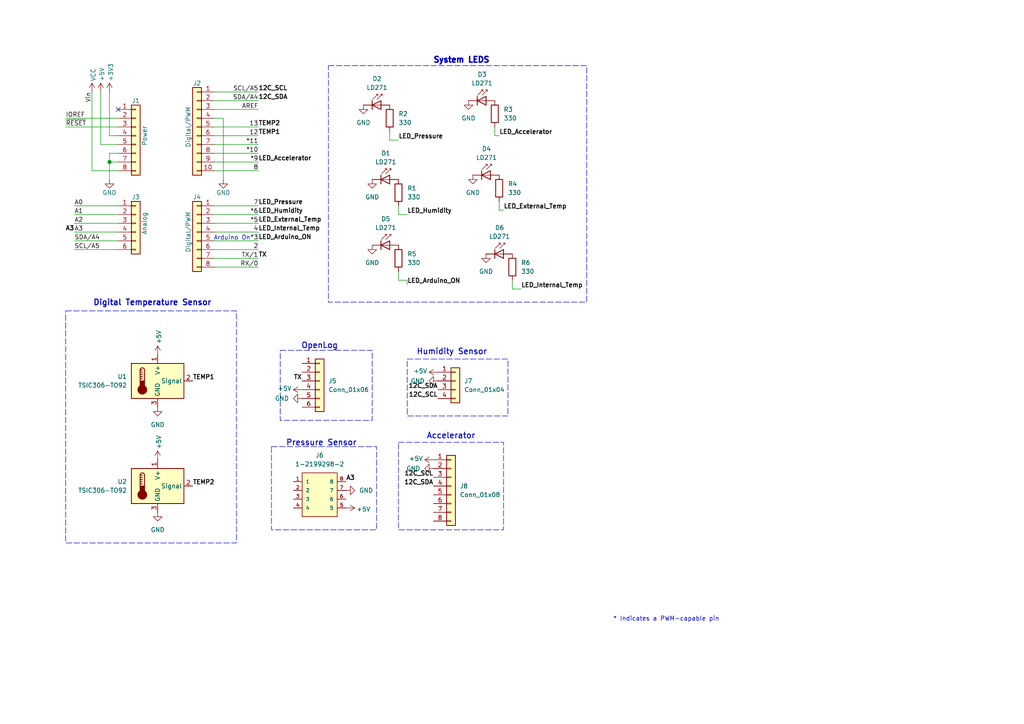
<source format=kicad_sch>
(kicad_sch (version 20231120) (generator "eeschema") (generator_version "8.0")
  (paper "A4")
  (title_block (date "mar. 31 mars 2015"))
  (lib_symbols
    (symbol "1-2199298-2:1-2199298-2" (pin_names (offset 1.016))
      (property "Reference" "J" (at -5.0861 8.1377 0))
      (property "Value" "1-2199298-2" (at -5.0888 -7.6332 0))
      (symbol "1-2199298-2_0_0"
        (rectangle (start -5.08 -5.08) (end 5.08 7.62) (stroke (width 0.2032)) (fill (type background)))
        (pin passive line (at -7.62 5.08 0) (length 2.54) (name "1") (number "1"))
        (pin passive line (at -7.62 2.54 0) (length 2.54) (name "2") (number "2"))
        (pin passive line (at -7.62 0 0) (length 2.54) (name "3") (number "3"))
        (pin passive line (at -7.62 -2.54 0) (length 2.54) (name "4") (number "4"))
        (pin passive line (at 7.62 -2.54 180) (length 2.54) (name "5") (number "5"))
        (pin passive line (at 7.62 0 180) (length 2.54) (name "6") (number "6"))
        (pin passive line (at 7.62 2.54 180) (length 2.54) (name "7") (number "7"))
        (pin passive line (at 7.62 5.08 180) (length 2.54) (name "8") (number "8"))
      )
    )
    (symbol "Connector_Generic:Conn_01x04" (pin_names (offset 1.016) hide)
      (property "Reference" "J" (at 0 5.08 0))
      (property "Value" "Conn_01x04" (at 0 -7.62 0))
      (symbol "Conn_01x04_1_1"
        (rectangle (start -1.27 -4.953) (end 0 -5.207) (stroke (width 0.1524)))
        (rectangle (start -1.27 -2.413) (end 0 -2.667) (stroke (width 0.1524)))
        (rectangle (start -1.27 0.127) (end 0 -0.127) (stroke (width 0.1524)))
        (rectangle (start -1.27 2.667) (end 0 2.413) (stroke (width 0.1524)))
        (rectangle (start -1.27 3.81) (end 1.27 -6.35) (stroke (width 0.254)) (fill (type background)))
        (pin passive line (at -5.08 2.54 0) (length 3.81) (name "Pin_1") (number "1"))
        (pin passive line (at -5.08 0 0) (length 3.81) (name "Pin_2") (number "2"))
        (pin passive line (at -5.08 -2.54 0) (length 3.81) (name "Pin_3") (number "3"))
        (pin passive line (at -5.08 -5.08 0) (length 3.81) (name "Pin_4") (number "4"))
      )
    )
    (symbol "Connector_Generic:Conn_01x06" (pin_names (offset 1.016) hide)
      (property "Reference" "J" (at 0 7.62 0))
      (property "Value" "Conn_01x06" (at 0 -10.16 0))
      (symbol "Conn_01x06_1_1"
        (rectangle (start -1.27 -7.493) (end 0 -7.747) (stroke (width 0.1524)))
        (rectangle (start -1.27 -4.953) (end 0 -5.207) (stroke (width 0.1524)))
        (rectangle (start -1.27 -2.413) (end 0 -2.667) (stroke (width 0.1524)))
        (rectangle (start -1.27 0.127) (end 0 -0.127) (stroke (width 0.1524)))
        (rectangle (start -1.27 2.667) (end 0 2.413) (stroke (width 0.1524)))
        (rectangle (start -1.27 5.207) (end 0 4.953) (stroke (width 0.1524)))
        (rectangle (start -1.27 6.35) (end 1.27 -8.89) (stroke (width 0.254)) (fill (type background)))
        (pin passive line (at -5.08 5.08 0) (length 3.81) (name "Pin_1") (number "1"))
        (pin passive line (at -5.08 2.54 0) (length 3.81) (name "Pin_2") (number "2"))
        (pin passive line (at -5.08 0 0) (length 3.81) (name "Pin_3") (number "3"))
        (pin passive line (at -5.08 -2.54 0) (length 3.81) (name "Pin_4") (number "4"))
        (pin passive line (at -5.08 -5.08 0) (length 3.81) (name "Pin_5") (number "5"))
        (pin passive line (at -5.08 -7.62 0) (length 3.81) (name "Pin_6") (number "6"))
      )
    )
    (symbol "Connector_Generic:Conn_01x08" (pin_names (offset 1.016) hide)
      (property "Reference" "J" (at 0 10.16 0))
      (property "Value" "Conn_01x08" (at 0 -12.7 0))
      (symbol "Conn_01x08_1_1"
        (rectangle (start -1.27 -10.033) (end 0 -10.287) (stroke (width 0.1524)))
        (rectangle (start -1.27 -7.493) (end 0 -7.747) (stroke (width 0.1524)))
        (rectangle (start -1.27 -4.953) (end 0 -5.207) (stroke (width 0.1524)))
        (rectangle (start -1.27 -2.413) (end 0 -2.667) (stroke (width 0.1524)))
        (rectangle (start -1.27 0.127) (end 0 -0.127) (stroke (width 0.1524)))
        (rectangle (start -1.27 2.667) (end 0 2.413) (stroke (width 0.1524)))
        (rectangle (start -1.27 5.207) (end 0 4.953) (stroke (width 0.1524)))
        (rectangle (start -1.27 7.747) (end 0 7.493) (stroke (width 0.1524)))
        (rectangle (start -1.27 8.89) (end 1.27 -11.43) (stroke (width 0.254)) (fill (type background)))
        (pin passive line (at -5.08 7.62 0) (length 3.81) (name "Pin_1") (number "1"))
        (pin passive line (at -5.08 5.08 0) (length 3.81) (name "Pin_2") (number "2"))
        (pin passive line (at -5.08 2.54 0) (length 3.81) (name "Pin_3") (number "3"))
        (pin passive line (at -5.08 0 0) (length 3.81) (name "Pin_4") (number "4"))
        (pin passive line (at -5.08 -2.54 0) (length 3.81) (name "Pin_5") (number "5"))
        (pin passive line (at -5.08 -5.08 0) (length 3.81) (name "Pin_6") (number "6"))
        (pin passive line (at -5.08 -7.62 0) (length 3.81) (name "Pin_7") (number "7"))
        (pin passive line (at -5.08 -10.16 0) (length 3.81) (name "Pin_8") (number "8"))
      )
    )
    (symbol "Connector_Generic:Conn_01x10" (pin_names (offset 1.016) hide)
      (property "Reference" "J" (at 0 12.7 0))
      (property "Value" "Conn_01x10" (at 0 -15.24 0))
      (symbol "Conn_01x10_1_1"
        (rectangle (start -1.27 -12.573) (end 0 -12.827) (stroke (width 0.1524)))
        (rectangle (start -1.27 -10.033) (end 0 -10.287) (stroke (width 0.1524)))
        (rectangle (start -1.27 -7.493) (end 0 -7.747) (stroke (width 0.1524)))
        (rectangle (start -1.27 -4.953) (end 0 -5.207) (stroke (width 0.1524)))
        (rectangle (start -1.27 -2.413) (end 0 -2.667) (stroke (width 0.1524)))
        (rectangle (start -1.27 0.127) (end 0 -0.127) (stroke (width 0.1524)))
        (rectangle (start -1.27 2.667) (end 0 2.413) (stroke (width 0.1524)))
        (rectangle (start -1.27 5.207) (end 0 4.953) (stroke (width 0.1524)))
        (rectangle (start -1.27 7.747) (end 0 7.493) (stroke (width 0.1524)))
        (rectangle (start -1.27 10.287) (end 0 10.033) (stroke (width 0.1524)))
        (rectangle (start -1.27 11.43) (end 1.27 -13.97) (stroke (width 0.254)) (fill (type background)))
        (pin passive line (at -5.08 10.16 0) (length 3.81) (name "Pin_1") (number "1"))
        (pin passive line (at -5.08 -12.7 0) (length 3.81) (name "Pin_10") (number "10"))
        (pin passive line (at -5.08 7.62 0) (length 3.81) (name "Pin_2") (number "2"))
        (pin passive line (at -5.08 5.08 0) (length 3.81) (name "Pin_3") (number "3"))
        (pin passive line (at -5.08 2.54 0) (length 3.81) (name "Pin_4") (number "4"))
        (pin passive line (at -5.08 0 0) (length 3.81) (name "Pin_5") (number "5"))
        (pin passive line (at -5.08 -2.54 0) (length 3.81) (name "Pin_6") (number "6"))
        (pin passive line (at -5.08 -5.08 0) (length 3.81) (name "Pin_7") (number "7"))
        (pin passive line (at -5.08 -7.62 0) (length 3.81) (name "Pin_8") (number "8"))
        (pin passive line (at -5.08 -10.16 0) (length 3.81) (name "Pin_9") (number "9"))
      )
    )
    (symbol "Device:R" (pin_numbers hide) (pin_names (offset 0))
      (property "Reference" "R" (at 2.032 0 90))
      (property "Value" "R" (at 0 0 90))
      (symbol "R_0_1"
        (rectangle (start -1.016 -2.54) (end 1.016 2.54) (stroke (width 0.254)))
      )
      (symbol "R_1_1"
        (pin passive line (at 0 3.81 270) (length 1.27) (name "~") (number "1"))
        (pin passive line (at 0 -3.81 90) (length 1.27) (name "~") (number "2"))
      )
    )
    (symbol "GND_1" (power) (pin_numbers hide) (pin_names (offset 0) hide)
      (property "Value" "GND" (at 0 -3.81 0))
      (symbol "GND_1_0_1"
        (polyline (pts (xy 0 0) (xy 0 -1.27) (xy 1.27 -1.27) (xy 0 -2.54) (xy -1.27 -1.27) (xy 0 -1.27)))
      )
      (symbol "GND_1_1_1"
        (pin power_in line (at 0 0 270) (length 0) (name "~") (number "1"))
      )
    )
    (symbol "LED:LD271" (pin_numbers hide) (pin_names (offset 1.016) hide)
      (property "Reference" "D" (at 0.508 1.778 0))
      (property "Value" "LD271" (at -1.016 -2.794 0))
      (symbol "LD271_0_1"
        (polyline (pts (xy -2.54 1.27) (xy -2.54 -1.27)) (stroke (width 0.254)))
        (polyline (pts (xy 0 0) (xy -2.54 0)))
        (polyline (pts (xy 0.381 3.175) (xy -0.127 3.175)))
        (polyline (pts (xy -1.143 1.651) (xy 0.381 3.175) (xy 0.381 2.667)))
        (polyline (pts (xy 0 -1.27) (xy -2.54 0) (xy 0 1.27) (xy 0 -1.27)) (stroke (width 0.254)))
        (polyline (pts (xy -2.413 1.651) (xy -0.889 3.175) (xy -0.889 2.667) (xy -0.889 3.175) (xy -1.397 3.175)))
      )
      (symbol "LD271_1_1"
        (pin passive line (at -5.08 0 0) (length 2.54) (name "K") (number "1"))
        (pin passive line (at 2.54 0 180) (length 2.54) (name "A") (number "2"))
      )
    )
    (symbol "Sensor_Temperature:TSIC306-TO92"
      (property "Reference" "U" (at -6.35 6.35 0))
      (property "Value" "TSIC306-TO92" (at 1.27 6.35 0))
      (symbol "TSIC306-TO92_0_1"
        (rectangle (start -7.62 5.08) (end 7.62 -5.08) (stroke (width 0.254)) (fill (type background)))
        (circle (center -4.445 -2.54) (radius 1.27) (stroke (width 0.254)) (fill (type outline)))
        (rectangle (start -3.81 -1.905) (end -5.08 0) (stroke (width 0.254)) (fill (type outline)))
        (arc (start -3.81 3.175) (mid -4.445 3.8073) (end -5.08 3.175) (stroke (width 0.254)))
        (polyline (pts (xy -5.08 0.635) (xy -4.445 0.635)) (stroke (width 0.254)))
        (polyline (pts (xy -5.08 1.27) (xy -4.445 1.27)) (stroke (width 0.254)))
        (polyline (pts (xy -5.08 1.905) (xy -4.445 1.905)) (stroke (width 0.254)))
        (polyline (pts (xy -5.08 2.54) (xy -4.445 2.54)) (stroke (width 0.254)))
        (polyline (pts (xy -5.08 3.175) (xy -5.08 0)) (stroke (width 0.254)))
        (polyline (pts (xy -5.08 3.175) (xy -4.445 3.175)) (stroke (width 0.254)))
        (polyline (pts (xy -3.81 3.175) (xy -3.81 0)) (stroke (width 0.254)))
      )
      (symbol "TSIC306-TO92_1_1"
        (pin power_in line (at 0 7.62 270) (length 2.54) (name "V+") (number "1"))
        (pin output line (at 10.16 0 180) (length 2.54) (name "Signal") (number "2"))
        (pin power_in line (at 0 -7.62 90) (length 2.54) (name "GND") (number "3"))
      )
    )
    (symbol "power:+3V3" (power) (pin_names (offset 0))
      (property "Value" "+3V3" (at 0 3.556 0))
      (symbol "+3V3_0_1"
        (polyline (pts (xy -0.762 1.27) (xy 0 2.54)))
        (polyline (pts (xy 0 0) (xy 0 2.54)))
        (polyline (pts (xy 0 2.54) (xy 0.762 1.27)))
      )
      (symbol "+3V3_1_1"
        (pin power_in line (at 0 0 90) (length 0) hide (name "+3V3") (number "1"))
      )
    )
    (symbol "power:+5V" (power) (pin_names (offset 0))
      (property "Value" "+5V" (at 0 3.556 0))
      (symbol "+5V_0_1"
        (polyline (pts (xy -0.762 1.27) (xy 0 2.54)))
        (polyline (pts (xy 0 0) (xy 0 2.54)))
        (polyline (pts (xy 0 2.54) (xy 0.762 1.27)))
      )
      (symbol "+5V_1_1"
        (pin power_in line (at 0 0 90) (length 0) hide (name "+5V") (number "1"))
      )
    )
    (symbol "power:GND" (power) (pin_names (offset 0))
      (property "Value" "GND" (at 0 -3.81 0))
      (symbol "GND_0_1"
        (polyline (pts (xy 0 0) (xy 0 -1.27) (xy 1.27 -1.27) (xy 0 -2.54) (xy -1.27 -1.27) (xy 0 -1.27)))
      )
      (symbol "GND_1_1"
        (pin power_in line (at 0 0 270) (length 0) hide (name "GND") (number "1"))
      )
    )
    (symbol "power:VCC" (power) (pin_names (offset 0))
      (property "Value" "VCC" (at 0 3.81 0))
      (symbol "VCC_0_1"
        (polyline (pts (xy -0.762 1.27) (xy 0 2.54)))
        (polyline (pts (xy 0 0) (xy 0 2.54)))
        (polyline (pts (xy 0 2.54) (xy 0.762 1.27)))
      )
      (symbol "VCC_1_1"
        (pin power_in line (at 0 0 90) (length 0) hide (name "VCC") (number "1"))
      )
    )
  )
  (junction (at 31.75 46.99) (diameter 1.016))
  (no_connect (at 34.29 31.75))
  (wire (pts (xy 115.57 40.64) (xy 113.03 40.64)))
  (wire (pts (xy 62.23 77.47) (xy 74.93 77.47)))
  (wire (pts (xy 62.23 44.45) (xy 74.93 44.45)))
  (wire (pts (xy 62.23 26.67) (xy 74.93 26.67)))
  (wire (pts (xy 118.11 81.28) (xy 118.11 82.55)))
  (wire (pts (xy 31.75 44.45) (xy 31.75 46.99)))
  (wire (pts (xy 118.11 62.23) (xy 115.57 62.23)))
  (wire (pts (xy 21.59 72.39) (xy 34.29 72.39)))
  (wire (pts (xy 118.11 81.28) (xy 115.57 81.28)))
  (wire (pts (xy 144.78 60.96) (xy 144.78 58.42)))
  (wire (pts (xy 31.75 46.99) (xy 31.75 52.07)))
  (wire (pts (xy 31.75 39.37) (xy 34.29 39.37)))
  (wire (pts (xy 29.21 41.91) (xy 34.29 41.91)))
  (wire (pts (xy 29.21 26.67) (xy 29.21 41.91)))
  (wire (pts (xy 62.23 36.83) (xy 74.93 36.83)))
  (wire (pts (xy 31.75 26.67) (xy 31.75 39.37)))
  (wire (pts (xy 62.23 59.69) (xy 74.93 59.69)))
  (wire (pts (xy 34.29 59.69) (xy 21.59 59.69)))
  (wire (pts (xy 62.23 39.37) (xy 74.93 39.37)))
  (wire (pts (xy 62.23 62.23) (xy 74.93 62.23)))
  (wire (pts (xy 62.23 46.99) (xy 74.93 46.99)))
  (wire (pts (xy 62.23 67.31) (xy 74.93 67.31)))
  (wire (pts (xy 19.05 34.29) (xy 34.29 34.29)))
  (wire (pts (xy 64.77 34.29) (xy 64.77 52.07)))
  (wire (pts (xy 62.23 31.75) (xy 74.93 31.75)))
  (wire (pts (xy 151.13 83.82) (xy 148.59 83.82)))
  (wire (pts (xy 34.29 64.77) (xy 21.59 64.77)))
  (wire (pts (xy 19.05 36.83) (xy 34.29 36.83)))
  (wire (pts (xy 143.51 39.37) (xy 143.51 36.83)))
  (wire (pts (xy 34.29 46.99) (xy 31.75 46.99)))
  (wire (pts (xy 34.29 49.53) (xy 26.67 49.53)))
  (wire (pts (xy 21.59 62.23) (xy 34.29 62.23)))
  (wire (pts (xy 115.57 81.28) (xy 115.57 78.74)))
  (wire (pts (xy 115.57 62.23) (xy 115.57 59.69)))
  (wire (pts (xy 62.23 34.29) (xy 64.77 34.29)))
  (wire (pts (xy 34.29 44.45) (xy 31.75 44.45)))
  (wire (pts (xy 144.78 39.37) (xy 143.51 39.37)))
  (wire (pts (xy 62.23 41.91) (xy 74.93 41.91)))
  (wire (pts (xy 113.03 40.64) (xy 113.03 38.1)))
  (wire (pts (xy 62.23 64.77) (xy 74.93 64.77)))
  (wire (pts (xy 21.59 67.31) (xy 34.29 67.31)))
  (wire (pts (xy 62.23 29.21) (xy 74.93 29.21)))
  (wire (pts (xy 62.23 72.39) (xy 74.93 72.39)))
  (wire (pts (xy 146.05 60.96) (xy 144.78 60.96)))
  (wire (pts (xy 62.23 69.85) (xy 74.93 69.85)))
  (wire (pts (xy 62.23 74.93) (xy 74.93 74.93)))
  (wire (pts (xy 26.67 49.53) (xy 26.67 26.67)))
  (wire (pts (xy 148.59 83.82) (xy 148.59 81.28)))
  (wire (pts (xy 34.29 69.85) (xy 21.59 69.85)))
  (wire (pts (xy 62.23 49.53) (xy 74.93 49.53)))
  (rectangle (start 78.74 129.54) (end 109.22 153.67) (stroke (width 0) (type dash)))
  (rectangle (start 81.28 101.6) (end 107.95 121.92) (stroke (width 0) (type dash)))
  (rectangle (start 95.25 19.05) (end 170.18 87.63) (stroke (width 0) (type dash)))
  (rectangle (start 19.05 90.17) (end 68.58 157.48) (stroke (width 0) (type dash)))
  (rectangle (start 118.11 104.14) (end 147.32 120.65) (stroke (width 0) (type dash)))
  (rectangle (start 115.57 128.27) (end 146.05 153.67) (stroke (width 0) (type dash)))
  (text "Digital Temperature Sensor" (at 44.196 87.884 0) (effects (font (size 1.651 1.651) (thickness 0.3048) (bold yes))))
  (text "System LEDS" (at 133.858 17.526 0) (effects (font (size 1.651 1.651) (thickness 0.4064) (bold yes))))
  (text "Arduino On" (at 67.31 69.088 0) (effects (font (size 1.27 1.27))))
  (text "OpenLog" (at 92.71 100.33 0) (effects (font (size 1.651 1.651) (thickness 0.254) (bold yes))))
  (text "Pressure Sensor" (at 93.218 128.524 0) (effects (font (size 1.651 1.651) (thickness 0.254) (bold yes))))
  (text "* Indicates a PWM-capable pin" (at 177.8 180.34 0) (effects (font (size 1.27 1.27)) (justify left bottom)))
  (text "Humidity Sensor" (at 131.064 102.108 0) (effects (font (size 1.651 1.651) (thickness 0.254) (bold yes))))
  (text "Accelerator" (at 130.81 126.492 0) (effects (font (size 1.651 1.651) (thickness 0.254) (bold yes))))
  (label "LED_Arduino_ON" (at 118.11 82.55 0) (effects (font (thickness 0.254) (bold yes))))
  (label "RX{slash}0" (at 74.93 77.47 180))
  (label "12C_SCL" (at 125.73 138.43 180) (effects (font (thickness 0.254) (bold yes))))
  (label "A2" (at 21.59 64.77 0))
  (label "4" (at 74.93 67.31 180))
  (label "TEMP2" (at 55.88 140.97 0) (effects (font (thickness 0.254) (bold yes))))
  (label "A3" (at 21.59 67.31 180) (effects (font (thickness 0.254) (bold yes))))
  (label "2" (at 74.93 72.39 180))
  (label "A3" (at 21.59 67.31 0))
  (label "LED_Internal_Temp" (at 151.13 83.82 0) (effects (font (thickness 0.254) (bold yes))))
  (label "13" (at 74.93 36.83 180))
  (label "TEMP1" (at 74.93 39.37 0) (effects (font (thickness 0.254) (bold yes))))
  (label "TX" (at 74.93 74.93 0) (effects (font (thickness 0.254) (bold yes))))
  (label "A3" (at 100.33 139.7 0) (effects (font (thickness 0.254) (bold yes))))
  (label "12" (at 74.93 39.37 180))
  (label "LED_External_Temp" (at 146.05 60.96 0) (effects (font (thickness 0.254) (bold yes))))
  (label "~{RESET}" (at 19.05 36.83 0))
  (label "LED_Accelerator" (at 144.78 39.37 0) (effects (font (thickness 0.254) (bold yes))))
  (label "LED_External_Temp" (at 74.93 64.77 0) (effects (font (thickness 0.254) (bold yes))))
  (label "*10" (at 74.93 44.45 180))
  (label "12C_SCL" (at 74.93 26.67 0) (effects (font (thickness 0.254) (bold yes))))
  (label "LED_Accelerator" (at 74.93 46.99 0) (effects (font (thickness 0.254) (bold yes))))
  (label "12C_SDA" (at 74.93 29.21 0) (effects (font (thickness 0.254) (bold yes))))
  (label "LED_Internal_Temp" (at 74.93 67.31 0) (effects (font (thickness 0.254) (bold yes))))
  (label "7" (at 74.93 59.69 180))
  (label "12C_SDA" (at 127 113.03 180) (effects (font (thickness 0.254) (bold yes))))
  (label "TEMP1" (at 55.88 110.49 0) (effects (font (thickness 0.254) (bold yes))))
  (label "SDA{slash}A4" (at 74.93 29.21 180))
  (label "8" (at 74.93 49.53 180))
  (label "LED_Arduino_ON" (at 74.93 69.85 0) (effects (font (thickness 0.254) (bold yes))))
  (label "12C_SCL" (at 127 115.57 180) (effects (font (thickness 0.254) (bold yes))))
  (label "*11" (at 74.93 41.91 180))
  (label "TX" (at 87.63 110.49 180) (effects (font (thickness 0.254) (bold yes))))
  (label "*3" (at 74.93 69.85 180))
  (label "LED_Pressure" (at 74.93 59.69 0) (effects (font (thickness 0.254) (bold yes))))
  (label "12C_SDA" (at 125.73 140.97 180) (effects (font (thickness 0.254) (bold yes))))
  (label "A1" (at 21.59 62.23 0))
  (label "TX{slash}1" (at 74.93 74.93 180))
  (label "LED_Humidity" (at 74.93 62.23 0) (effects (font (thickness 0.254) (bold yes))))
  (label "A0" (at 21.59 59.69 0))
  (label "AREF" (at 74.93 31.75 180))
  (label "Vin" (at 26.67 26.67 270))
  (label "*6" (at 74.93 62.23 180))
  (label "SCL{slash}A5" (at 74.93 26.67 180))
  (label "*9" (at 74.93 46.99 180))
  (label "LED_Humidity" (at 118.11 62.23 0) (effects (font (thickness 0.254) (bold yes))))
  (label "TEMP2" (at 74.93 36.83 0) (effects (font (thickness 0.254) (bold yes))))
  (label "*5" (at 74.93 64.77 180))
  (label "IOREF" (at 19.05 34.29 0))
  (label "SDA{slash}A4" (at 21.59 69.85 0))
  (label "SCL{slash}A5" (at 21.59 72.39 0))
  (label "LED_Pressure" (at 115.57 40.64 0) (effects (font (thickness 0.254) (bold yes))))
  (symbol (lib_id "Connector_Generic:Conn_01x08") (at 39.37 39.37 0) (unit 1)
    (property "Reference" "J1" (at 39.37 29.21 0))
    (property "Value" "Power" (at 41.91 39.37 90))
    (property "Footprint" "Connector_PinSocket_2.54mm:PinSocket_1x08_P2.54mm_Vertical" (effects (hide yes)))
  )
  (symbol (lib_id "power:+3V3") (at 31.75 26.67 0) (unit 1)
    (property "Reference" "#PWR03" (effects (hide yes)))
    (property "Value" "+3V3" (at 32.131 23.622 90) (effects (justify left)))
  )
  (symbol (lib_id "power:+5V") (at 29.21 26.67 0) (unit 1)
    (property "Reference" "#PWR02" (effects (hide yes)))
    (property "Value" "+5V" (at 29.5656 23.622 90) (effects (justify left)))
  )
  (symbol (lib_id "power:GND") (at 31.75 52.07 0) (unit 1)
    (property "Reference" "#PWR04" (effects (hide yes)))
    (property "Value" "GND" (at 31.75 55.88 0))
  )
  (symbol (lib_id "Connector_Generic:Conn_01x10") (at 57.15 36.83 0) (mirror y) (unit 1)
    (property "Reference" "J2" (at 57.15 24.13 0))
    (property "Value" "Digital/PWM" (at 54.61 36.83 90))
    (property "Footprint" "Connector_PinSocket_2.54mm:PinSocket_1x10_P2.54mm_Vertical" (effects (hide yes)))
  )
  (symbol (lib_id "power:GND") (at 64.77 52.07 0) (unit 1)
    (property "Reference" "#PWR05" (effects (hide yes)))
    (property "Value" "GND" (at 64.77 55.88 0))
  )
  (symbol (lib_id "Connector_Generic:Conn_01x06") (at 39.37 64.77 0) (unit 1)
    (property "Reference" "J3" (at 39.37 57.15 0))
    (property "Value" "Analog" (at 41.91 64.77 90))
    (property "Footprint" "Connector_PinSocket_2.54mm:PinSocket_1x06_P2.54mm_Vertical" (effects (hide yes)))
  )
  (symbol (lib_id "Connector_Generic:Conn_01x08") (at 57.15 67.31 0) (mirror y) (unit 1)
    (property "Reference" "J4" (at 57.15 57.15 0))
    (property "Value" "Digital/PWM" (at 54.61 67.31 90))
    (property "Footprint" "Connector_PinSocket_2.54mm:PinSocket_1x08_P2.54mm_Vertical" (effects (hide yes)))
  )
  (symbol (lib_id "power:+5V") (at 45.72 133.35 0) (unit 1)
    (property "Reference" "#PWR015" (effects (hide yes)))
    (property "Value" "+5V" (at 46.0756 130.302 90) (effects (justify left)))
  )
  (symbol (lib_id "Device:R") (at 115.57 74.93 0) (unit 1)
    (property "Reference" "R5" (at 118.11 73.6599 0) (effects (justify left)))
    (property "Value" "330" (at 118.11 76.1999 0) (effects (justify left)))
    (property "Footprint" "Resistor_THT:R_Axial_DIN0207_L6.3mm_D2.5mm_P10.16mm_Horizontal" (effects (hide yes)))
    (property "Description" "Resistor" (effects (hide yes)))
  )
  (symbol (lib_id "Connector_Generic:Conn_01x06") (at 92.71 110.49 0) (unit 1)
    (property "Reference" "J5" (at 95.25 110.4899 0) (effects (justify left)))
    (property "Value" "Conn_01x06" (at 95.25 113.0299 0) (effects (justify left)))
    (property "Footprint" "Custom:MODULE_DEV-13712" (effects (hide yes)))
    (property "Description" "Generic connector, single row, 01x06, script generated (kicad-library-utils/schlib/autogen/connector/)" (effects (hide yes)))
  )
  (symbol (lib_name "GND_1") (lib_id "power:GND") (at 105.41 30.48 0) (unit 1)
    (property "Reference" "#PWR07" (effects (hide yes)))
    (property "Value" "GND" (at 105.41 35.56 0))
    (property "Description" "Power symbol creates a global label with name \"GND\" , ground" (effects (hide yes)))
  )
  (symbol (lib_id "power:+5V") (at 125.73 133.35 90) (unit 1)
    (property "Reference" "#PWR018" (effects (hide yes)))
    (property "Value" "+5V" (at 122.682 132.9944 90) (effects (justify left)))
  )
  (symbol (lib_id "Device:R") (at 143.51 33.02 0) (unit 1)
    (property "Reference" "R3" (at 146.05 31.7499 0) (effects (justify left)))
    (property "Value" "330" (at 146.05 34.2899 0) (effects (justify left)))
    (property "Footprint" "Resistor_THT:R_Axial_DIN0207_L6.3mm_D2.5mm_P10.16mm_Horizontal" (effects (hide yes)))
    (property "Description" "Resistor" (effects (hide yes)))
  )
  (symbol (lib_id "LED:LD271") (at 113.03 52.07 0) (unit 1)
    (property "Reference" "D1" (at 111.887 44.45 0))
    (property "Value" "LD271" (at 111.887 46.99 0))
    (property "Footprint" "LED_THT:LED_D5.0mm" (effects (hide yes)))
    (property "Datasheet" "http://www.alliedelec.com/m/d/40788c34903a719969df15f1fbea1056.pdf" (effects (hide yes)))
    (property "Description" "940nm IR-LED, 5mm" (effects (hide yes)))
  )
  (symbol (lib_id "Device:R") (at 148.59 77.47 0) (unit 1)
    (property "Reference" "R6" (at 151.13 76.1999 0) (effects (justify left)))
    (property "Value" "330" (at 151.13 78.7399 0) (effects (justify left)))
    (property "Footprint" "Resistor_THT:R_Axial_DIN0207_L6.3mm_D2.5mm_P10.16mm_Horizontal" (effects (hide yes)))
    (property "Description" "Resistor" (effects (hide yes)))
  )
  (symbol (lib_id "LED:LD271") (at 140.97 29.21 0) (unit 1)
    (property "Reference" "D3" (at 139.827 21.59 0))
    (property "Value" "LD271" (at 139.827 24.13 0))
    (property "Footprint" "LED_THT:LED_D5.0mm" (effects (hide yes)))
    (property "Datasheet" "http://www.alliedelec.com/m/d/40788c34903a719969df15f1fbea1056.pdf" (effects (hide yes)))
    (property "Description" "940nm IR-LED, 5mm" (effects (hide yes)))
  )
  (symbol (lib_name "GND_1") (lib_id "power:GND") (at 127 110.49 270) (unit 1)
    (property "Reference" "#PWR021" (effects (hide yes)))
    (property "Value" "GND" (at 123.19 110.4899 90) (effects (justify right)))
    (property "Description" "Power symbol creates a global label with name \"GND\" , ground" (effects (hide yes)))
  )
  (symbol (lib_id "Sensor_Temperature:TSIC306-TO92") (at 45.72 110.49 0) (unit 1)
    (property "Reference" "U1" (at 36.83 109.2199 0) (effects (justify right)))
    (property "Value" "TSIC306-TO92" (at 36.83 111.7599 0) (effects (justify right)))
    (property "Footprint" "Package_TO_SOT_THT:TO-92_Inline" (effects (hide yes)))
    (property "Datasheet" "https://shop.bb-sensors.com/out/media/Datasheet_Digital_Semiconductor_temperatur_sensor_TSIC.pdf" (effects (hide yes)))
    (property "Description" "Digital temperature sensor, range -50 ... +150 °C, 0.3 K accuracy, TO-92" (effects (hide yes)))
  )
  (symbol (lib_id "power:+5V") (at 87.63 113.03 90) (unit 1)
    (property "Reference" "#PWR023" (effects (hide yes)))
    (property "Value" "+5V" (at 84.582 112.6744 90) (effects (justify left)))
  )
  (symbol (lib_id "LED:LD271") (at 110.49 30.48 0) (unit 1)
    (property "Reference" "D2" (at 109.347 22.86 0))
    (property "Value" "LD271" (at 109.347 25.4 0))
    (property "Footprint" "LED_THT:LED_D5.0mm" (effects (hide yes)))
    (property "Datasheet" "http://www.alliedelec.com/m/d/40788c34903a719969df15f1fbea1056.pdf" (effects (hide yes)))
    (property "Description" "940nm IR-LED, 5mm" (effects (hide yes)))
  )
  (symbol (lib_name "GND_1") (lib_id "power:GND") (at 107.95 52.07 0) (unit 1)
    (property "Reference" "#PWR06" (effects (hide yes)))
    (property "Value" "GND" (at 107.95 57.15 0))
    (property "Description" "Power symbol creates a global label with name \"GND\" , ground" (effects (hide yes)))
  )
  (symbol (lib_id "power:VCC") (at 26.67 26.67 0) (unit 1)
    (property "Reference" "#PWR01" (effects (hide yes)))
    (property "Value" "VCC" (at 27.051 23.622 90) (effects (justify left)))
  )
  (symbol (lib_id "power:+5V") (at 45.72 102.87 0) (unit 1)
    (property "Reference" "#PWR014" (effects (hide yes)))
    (property "Value" "+5V" (at 46.0756 99.822 90) (effects (justify left)))
  )
  (symbol (lib_name "GND_1") (lib_id "power:GND") (at 137.16 50.8 0) (unit 1)
    (property "Reference" "#PWR09" (effects (hide yes)))
    (property "Value" "GND" (at 137.16 55.88 0))
    (property "Description" "Power symbol creates a global label with name \"GND\" , ground" (effects (hide yes)))
  )
  (symbol (lib_name "GND_1") (lib_id "power:GND") (at 45.72 118.11 0) (unit 1)
    (property "Reference" "#PWR013" (effects (hide yes)))
    (property "Value" "GND" (at 45.72 123.19 0))
    (property "Description" "Power symbol creates a global label with name \"GND\" , ground" (effects (hide yes)))
  )
  (symbol (lib_id "Connector_Generic:Conn_01x04") (at 132.08 110.49 0) (unit 1)
    (property "Reference" "J7" (at 134.62 110.4899 0) (effects (justify left)))
    (property "Value" "Conn_01x04" (at 134.62 113.0299 0) (effects (justify left)))
    (property "Footprint" "HIH8120-021-001:SIP191W41P127L490H390Q4" (effects (hide yes)))
    (property "Description" "Generic connector, single row, 01x04, script generated (kicad-library-utils/schlib/autogen/connector/)" (effects (hide yes)))
  )
  (symbol (lib_id "Sensor_Temperature:TSIC306-TO92") (at 45.72 140.97 0) (unit 1)
    (property "Reference" "U2" (at 36.83 139.6999 0) (effects (justify right)))
    (property "Value" "TSIC306-TO92" (at 36.83 142.2399 0) (effects (justify right)))
    (property "Footprint" "Package_TO_SOT_THT:TO-92_Inline" (effects (hide yes)))
    (property "Datasheet" "https://shop.bb-sensors.com/out/media/Datasheet_Digital_Semiconductor_temperatur_sensor_TSIC.pdf" (effects (hide yes)))
    (property "Description" "Digital temperature sensor, range -50 ... +150 °C, 0.3 K accuracy, TO-92" (effects (hide yes)))
  )
  (symbol (lib_name "GND_1") (lib_id "power:GND") (at 125.73 135.89 270) (unit 1)
    (property "Reference" "#PWR019" (effects (hide yes)))
    (property "Value" "GND" (at 121.92 135.8899 90) (effects (justify right)))
    (property "Description" "Power symbol creates a global label with name \"GND\" , ground" (effects (hide yes)))
  )
  (symbol (lib_id "Device:R") (at 144.78 54.61 0) (unit 1)
    (property "Reference" "R4" (at 147.32 53.3399 0) (effects (justify left)))
    (property "Value" "330" (at 147.32 55.8799 0) (effects (justify left)))
    (property "Footprint" "Resistor_THT:R_Axial_DIN0207_L6.3mm_D2.5mm_P10.16mm_Horizontal" (effects (hide yes)))
    (property "Description" "Resistor" (effects (hide yes)))
  )
  (symbol (lib_name "GND_1") (lib_id "power:GND") (at 135.89 29.21 0) (unit 1)
    (property "Reference" "#PWR08" (effects (hide yes)))
    (property "Value" "GND" (at 135.89 34.29 0))
    (property "Description" "Power symbol creates a global label with name \"GND\" , ground" (effects (hide yes)))
  )
  (symbol (lib_id "Device:R") (at 113.03 34.29 0) (unit 1)
    (property "Reference" "R2" (at 115.57 33.0199 0) (effects (justify left)))
    (property "Value" "330" (at 115.57 35.5599 0) (effects (justify left)))
    (property "Footprint" "Resistor_THT:R_Axial_DIN0207_L6.3mm_D2.5mm_P10.16mm_Horizontal" (effects (hide yes)))
    (property "Description" "Resistor" (effects (hide yes)))
  )
  (symbol (lib_id "Connector_Generic:Conn_01x08") (at 130.81 140.97 0) (unit 1)
    (property "Reference" "J8" (at 133.35 140.9699 0) (effects (justify left)))
    (property "Value" "Conn_01x08" (at 133.35 143.5099 0) (effects (justify left)))
    (property "Footprint" "Connector_PinSocket_2.54mm:PinSocket_1x08_P2.54mm_Vertical" (effects (hide yes)))
    (property "Description" "Generic connector, single row, 01x08, script generated (kicad-library-utils/schlib/autogen/connector/)" (effects (hide yes)))
  )
  (symbol (lib_id "LED:LD271") (at 146.05 73.66 0) (unit 1)
    (property "Reference" "D6" (at 144.907 66.04 0))
    (property "Value" "LD271" (at 144.907 68.58 0))
    (property "Footprint" "LED_THT:LED_D5.0mm" (effects (hide yes)))
    (property "Datasheet" "http://www.alliedelec.com/m/d/40788c34903a719969df15f1fbea1056.pdf" (effects (hide yes)))
    (property "Description" "940nm IR-LED, 5mm" (effects (hide yes)))
  )
  (symbol (lib_id "LED:LD271") (at 142.24 50.8 0) (unit 1)
    (property "Reference" "D4" (at 141.097 43.18 0))
    (property "Value" "LD271" (at 141.097 45.72 0))
    (property "Footprint" "LED_THT:LED_D5.0mm" (effects (hide yes)))
    (property "Datasheet" "http://www.alliedelec.com/m/d/40788c34903a719969df15f1fbea1056.pdf" (effects (hide yes)))
    (property "Description" "940nm IR-LED, 5mm" (effects (hide yes)))
  )
  (symbol (lib_name "GND_1") (lib_id "power:GND") (at 140.97 73.66 0) (unit 1)
    (property "Reference" "#PWR011" (effects (hide yes)))
    (property "Value" "GND" (at 140.97 78.74 0))
    (property "Description" "Power symbol creates a global label with name \"GND\" , ground" (effects (hide yes)))
  )
  (symbol (lib_id "power:+5V") (at 100.33 147.32 270) (unit 1)
    (property "Reference" "#PWR017" (effects (hide yes)))
    (property "Value" "+5V" (at 103.378 147.6756 90) (effects (justify left)))
  )
  (symbol (lib_id "Device:R") (at 115.57 55.88 0) (unit 1)
    (property "Reference" "R1" (at 118.11 54.6099 0) (effects (justify left)))
    (property "Value" "330" (at 118.11 57.1499 0) (effects (justify left)))
    (property "Footprint" "Resistor_THT:R_Axial_DIN0207_L6.3mm_D2.5mm_P10.16mm_Horizontal" (effects (hide yes)))
    (property "Description" "Resistor" (effects (hide yes)))
  )
  (symbol (lib_name "GND_1") (lib_id "power:GND") (at 87.63 115.57 270) (unit 1)
    (property "Reference" "#PWR022" (effects (hide yes)))
    (property "Value" "GND" (at 83.82 115.5699 90) (effects (justify right)))
    (property "Description" "Power symbol creates a global label with name \"GND\" , ground" (effects (hide yes)))
  )
  (symbol (lib_name "GND_1") (lib_id "power:GND") (at 100.33 142.24 90) (unit 1)
    (property "Reference" "#PWR016" (effects (hide yes)))
    (property "Value" "GND" (at 104.14 142.2399 90) (effects (justify right)))
    (property "Description" "Power symbol creates a global label with name \"GND\" , ground" (effects (hide yes)))
  )
  (symbol (lib_id "1-2199298-2:1-2199298-2") (at 92.71 144.78 0) (unit 1)
    (property "Reference" "J6" (at 92.71 132.08 0))
    (property "Value" "1-2199298-2" (at 92.71 134.62 0))
    (property "Footprint" "1-2199298-2:TE_1-2199298-2" (effects (hide yes)))
    (property "Comment" "1-2199298-2" (effects (hide yes)))
    (property "DigiKey_Part_Number" "A120347-ND" (effects (hide yes)))
    (property "SnapEDA_Link" "https://www.snapeda.com/parts/1-2199298-2/TE+Connectivity+AMP+Connectors/view-part/?ref=snap" (effects (hide yes)))
    (property "Description_1" "\n                        \n                            Connector 8P DIP SKT 300 CL LDR PB FREE | TE Connectivity 1-2199298-2\n                        \n" (effects (hide yes)))
    (property "Package" "PDIP-8 TE Connectivity" (effects (hide yes)))
    (property "Check_prices" "https://www.snapeda.com/parts/1-2199298-2/TE+Connectivity+AMP+Connectors/view-part/?ref=eda" (effects (hide yes)))
    (property "STANDARD" "Manufacturer Recommendations" (effects (hide yes)))
    (property "PARTREV" "A" (effects (hide yes)))
    (property "MF" "TE Connectivity" (effects (hide yes)))
    (property "MP" "1-2199298-2" (effects (hide yes)))
    (property "MANUFACTURER" "TE Connectivity" (effects (hide yes)))
  )
  (symbol (lib_id "LED:LD271") (at 113.03 71.12 0) (unit 1)
    (property "Reference" "D5" (at 111.887 63.5 0))
    (property "Value" "LD271" (at 111.887 66.04 0))
    (property "Footprint" "LED_THT:LED_D5.0mm" (effects (hide yes)))
    (property "Datasheet" "http://www.alliedelec.com/m/d/40788c34903a719969df15f1fbea1056.pdf" (effects (hide yes)))
    (property "Description" "940nm IR-LED, 5mm" (effects (hide yes)))
  )
  (symbol (lib_id "power:+5V") (at 127 107.95 90) (unit 1)
    (property "Reference" "#PWR020" (effects (hide yes)))
    (property "Value" "+5V" (at 123.952 107.5944 90) (effects (justify left)))
  )
  (symbol (lib_name "GND_1") (lib_id "power:GND") (at 107.95 71.12 0) (unit 1)
    (property "Reference" "#PWR010" (effects (hide yes)))
    (property "Value" "GND" (at 107.95 76.2 0))
    (property "Description" "Power symbol creates a global label with name \"GND\" , ground" (effects (hide yes)))
  )
  (symbol (lib_name "GND_1") (lib_id "power:GND") (at 45.72 148.59 0) (unit 1)
    (property "Reference" "#PWR012" (effects (hide yes)))
    (property "Value" "GND" (at 45.72 153.67 0))
    (property "Description" "Power symbol creates a global label with name \"GND\" , ground" (effects (hide yes)))
  )
)
</source>
